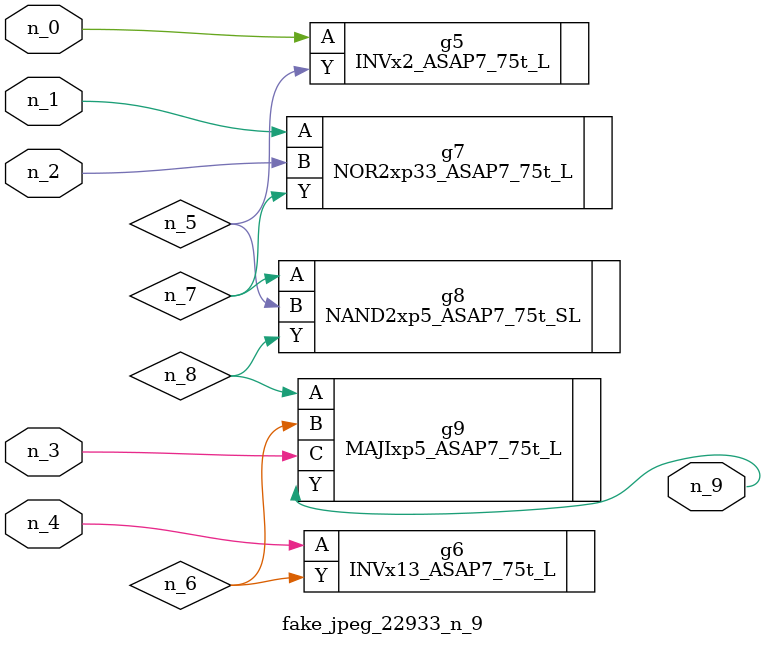
<source format=v>
module fake_jpeg_22933_n_9 (n_3, n_2, n_1, n_0, n_4, n_9);

input n_3;
input n_2;
input n_1;
input n_0;
input n_4;

output n_9;

wire n_8;
wire n_6;
wire n_5;
wire n_7;

INVx2_ASAP7_75t_L g5 ( 
.A(n_0),
.Y(n_5)
);

INVx13_ASAP7_75t_L g6 ( 
.A(n_4),
.Y(n_6)
);

NOR2xp33_ASAP7_75t_L g7 ( 
.A(n_1),
.B(n_2),
.Y(n_7)
);

NAND2xp5_ASAP7_75t_SL g8 ( 
.A(n_7),
.B(n_5),
.Y(n_8)
);

MAJIxp5_ASAP7_75t_L g9 ( 
.A(n_8),
.B(n_6),
.C(n_3),
.Y(n_9)
);


endmodule
</source>
